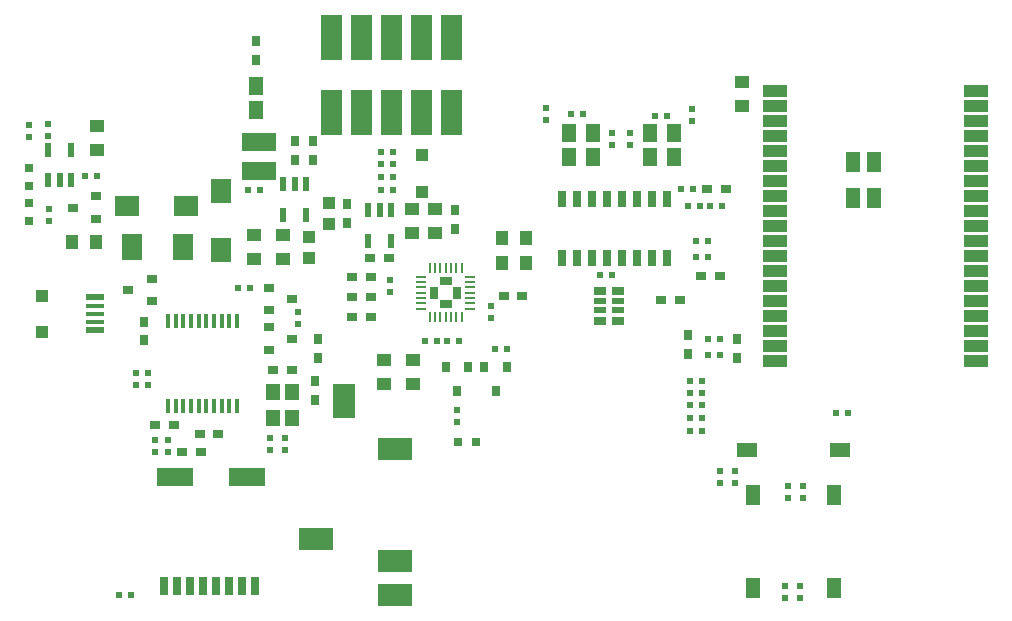
<source format=gbr>
G04 #@! TF.GenerationSoftware,KiCad,Pcbnew,6.0.0-unknown-3514473~86~ubuntu18.04.1*
G04 #@! TF.CreationDate,2019-07-31T16:13:07+03:00*
G04 #@! TF.ProjectId,ESP32-ADF_Rev_C,45535033-322d-4414-9446-5f5265765f43,rev?*
G04 #@! TF.SameCoordinates,Original*
G04 #@! TF.FileFunction,Paste,Top*
G04 #@! TF.FilePolarity,Positive*
%FSLAX46Y46*%
G04 Gerber Fmt 4.6, Leading zero omitted, Abs format (unit mm)*
G04 Created by KiCad (PCBNEW 6.0.0-unknown-3514473~86~ubuntu18.04.1) date 2019-07-31 16:13:07*
%MOMM*%
%LPD*%
G04 APERTURE LIST*
%ADD10R,0.800000X0.900000*%
%ADD11R,3.100000X1.500000*%
%ADD12R,0.800000X1.500000*%
%ADD13R,0.550000X0.500000*%
%ADD14R,0.500000X0.550000*%
%ADD15R,0.900000X0.800000*%
%ADD16R,1.270000X1.050000*%
%ADD17R,1.050000X1.270000*%
%ADD18R,0.700000X0.900000*%
%ADD19R,0.900000X0.700000*%
%ADD20R,1.200000X1.400000*%
%ADD21R,1.050000X1.050000*%
%ADD22R,0.670000X1.450000*%
%ADD23R,1.016000X1.016000*%
%ADD24C,1.700000*%
%ADD25C,0.100000*%
%ADD26R,1.200000X1.800000*%
%ADD27R,2.101600X1.001600*%
%ADD28R,1.778000X1.270000*%
%ADD29R,1.270000X1.778000*%
%ADD30R,1.270000X1.524000*%
%ADD31R,0.550000X1.200000*%
%ADD32R,2.898400X1.898400*%
%ADD33R,1.898400X2.898400*%
%ADD34R,0.800000X0.800000*%
%ADD35R,1.778000X2.286000*%
%ADD36R,2.000000X1.700000*%
%ADD37R,1.700000X2.000000*%
%ADD38R,3.000000X1.600000*%
%ADD39R,0.325000X1.270000*%
%ADD40R,1.020000X0.660000*%
%ADD41R,0.660000X1.020000*%
%ADD42R,0.910000X0.210000*%
%ADD43R,0.210000X0.910000*%
%ADD44R,1.650000X0.500000*%
%ADD45R,1.650000X0.325000*%
%ADD46R,1.000000X1.100000*%
%ADD47R,1.016000X0.508000*%
%ADD48R,1.016000X0.762000*%
G04 APERTURE END LIST*
D10*
X92250260Y-50894080D03*
X92250260Y-52494080D03*
D11*
X74650000Y-73500000D03*
X68590000Y-73500000D03*
D12*
X67650000Y-82750000D03*
X68750000Y-82750000D03*
X69850000Y-82750000D03*
X70950000Y-82750000D03*
X72050000Y-82750000D03*
X73150000Y-82750000D03*
X74250000Y-82750000D03*
X75350000Y-82750000D03*
D13*
X76650000Y-71208000D03*
X76650000Y-70192000D03*
D14*
X64808000Y-83500000D03*
X63792000Y-83500000D03*
D13*
X77850000Y-71208000D03*
X77850000Y-70192000D03*
D10*
X80650000Y-63400000D03*
X80650000Y-61800000D03*
X75400000Y-38200000D03*
X75400000Y-36600000D03*
X80233520Y-46654620D03*
X80233520Y-45054620D03*
X78709520Y-46667320D03*
X78709520Y-45067320D03*
X83100000Y-52000000D03*
X83100000Y-50400000D03*
D15*
X85100000Y-55000000D03*
X86700000Y-55000000D03*
X83600000Y-60006500D03*
X85200000Y-60006500D03*
X83600000Y-58306500D03*
X85200000Y-58306500D03*
X97995640Y-58150760D03*
X96395640Y-58150760D03*
X83591500Y-56562500D03*
X85191500Y-56562500D03*
D10*
X111993680Y-61468100D03*
X111993680Y-63068100D03*
D15*
X68450000Y-69150000D03*
X66850000Y-69150000D03*
X78500000Y-64450000D03*
X76900000Y-64450000D03*
D10*
X80450000Y-65350000D03*
X80450000Y-66950000D03*
D15*
X72250000Y-69900000D03*
X70650000Y-69900000D03*
D10*
X65976500Y-60350500D03*
X65976500Y-61950500D03*
X116200000Y-63461000D03*
X116200000Y-61861000D03*
D15*
X70800000Y-71400000D03*
X69200000Y-71400000D03*
X114730000Y-56496000D03*
X113130000Y-56496000D03*
X115211760Y-49110900D03*
X113611760Y-49110900D03*
X111353500Y-58547000D03*
X109753500Y-58547000D03*
D16*
X116583460Y-40083740D03*
X116583460Y-42115740D03*
D17*
X59884000Y-53600000D03*
X61916000Y-53600000D03*
D16*
X62000000Y-43784000D03*
X62000000Y-45816000D03*
X75300000Y-55016000D03*
X75300000Y-52984000D03*
X77700000Y-55016000D03*
X77700000Y-52984000D03*
X88623140Y-50807620D03*
X88623140Y-52839620D03*
X90563700Y-50825400D03*
X90563700Y-52857400D03*
X88700000Y-63584000D03*
X88700000Y-65616000D03*
X86300000Y-63584000D03*
X86300000Y-65616000D03*
D17*
X96277000Y-55353000D03*
X98309000Y-55353000D03*
X96277000Y-53250000D03*
X98309000Y-53250000D03*
D18*
X96677520Y-64204340D03*
X94777520Y-64204340D03*
X95727520Y-66204340D03*
D19*
X61900000Y-51650000D03*
X61900000Y-49750000D03*
X59900000Y-50700000D03*
X66600000Y-58650000D03*
X66600000Y-56750000D03*
X64600000Y-57700000D03*
D18*
X93421240Y-64204340D03*
X91521240Y-64204340D03*
X92471240Y-66204340D03*
D19*
X76500000Y-60850000D03*
X76500000Y-62750000D03*
X78500000Y-61800000D03*
X76507440Y-57499960D03*
X76507440Y-59399960D03*
X78507440Y-58449960D03*
D14*
X113835180Y-50586640D03*
X114851180Y-50586640D03*
X111996220Y-50599340D03*
X113012220Y-50599340D03*
D20*
X78500000Y-66300000D03*
X76900000Y-68500000D03*
X78500000Y-68500000D03*
X76900000Y-66300000D03*
D21*
X89451180Y-49347720D03*
X89451180Y-46247720D03*
D22*
X101325680Y-50001400D03*
X102595680Y-50001400D03*
X103865680Y-50001400D03*
X105135680Y-50001400D03*
X106405680Y-50001400D03*
X107675680Y-50001400D03*
X108945680Y-50001400D03*
X110215680Y-50001400D03*
X110215680Y-54951400D03*
X108945680Y-54951400D03*
X107675680Y-54951400D03*
X106405680Y-54951400D03*
X105135680Y-54951400D03*
X103865680Y-54951400D03*
X102595680Y-54951400D03*
X101325680Y-54951400D03*
D23*
X81600000Y-50322000D03*
X81600000Y-52100000D03*
X79900000Y-54989000D03*
X79900000Y-53211000D03*
D24*
X91986100Y-36283900D03*
D25*
G36*
X91136100Y-38188900D02*
G01*
X91136100Y-34378900D01*
X92836100Y-34378900D01*
X92836100Y-38188900D01*
X91136100Y-38188900D01*
X91136100Y-38188900D01*
G37*
D24*
X89446100Y-36283900D03*
D25*
G36*
X88596100Y-38188900D02*
G01*
X88596100Y-34378900D01*
X90296100Y-34378900D01*
X90296100Y-38188900D01*
X88596100Y-38188900D01*
X88596100Y-38188900D01*
G37*
D24*
X86906100Y-36283900D03*
D25*
G36*
X86056100Y-38188900D02*
G01*
X86056100Y-34378900D01*
X87756100Y-34378900D01*
X87756100Y-38188900D01*
X86056100Y-38188900D01*
X86056100Y-38188900D01*
G37*
D24*
X84366100Y-36283900D03*
D25*
G36*
X83516100Y-38188900D02*
G01*
X83516100Y-34378900D01*
X85216100Y-34378900D01*
X85216100Y-38188900D01*
X83516100Y-38188900D01*
X83516100Y-38188900D01*
G37*
D24*
X81826100Y-36283900D03*
D25*
G36*
X80976100Y-38188900D02*
G01*
X80976100Y-34378900D01*
X82676100Y-34378900D01*
X82676100Y-38188900D01*
X80976100Y-38188900D01*
X80976100Y-38188900D01*
G37*
D24*
X81826100Y-42633900D03*
D25*
G36*
X80976100Y-44538900D02*
G01*
X80976100Y-40728900D01*
X82676100Y-40728900D01*
X82676100Y-44538900D01*
X80976100Y-44538900D01*
X80976100Y-44538900D01*
G37*
D24*
X84366100Y-42633900D03*
D25*
G36*
X83516100Y-44538900D02*
G01*
X83516100Y-40728900D01*
X85216100Y-40728900D01*
X85216100Y-44538900D01*
X83516100Y-44538900D01*
X83516100Y-44538900D01*
G37*
D24*
X86906100Y-42633900D03*
D25*
G36*
X86056100Y-44538900D02*
G01*
X86056100Y-40728900D01*
X87756100Y-40728900D01*
X87756100Y-44538900D01*
X86056100Y-44538900D01*
X86056100Y-44538900D01*
G37*
D24*
X89446100Y-42633900D03*
D25*
G36*
X88596100Y-44538900D02*
G01*
X88596100Y-40728900D01*
X90296100Y-40728900D01*
X90296100Y-44538900D01*
X88596100Y-44538900D01*
X88596100Y-44538900D01*
G37*
D24*
X91986100Y-42633900D03*
D25*
G36*
X91136100Y-44538900D02*
G01*
X91136100Y-40728900D01*
X92836100Y-40728900D01*
X92836100Y-44538900D01*
X91136100Y-44538900D01*
X91136100Y-44538900D01*
G37*
D13*
X112306100Y-43329860D03*
X112306100Y-42313860D03*
X107091480Y-44378880D03*
X107091480Y-45394880D03*
D14*
X112672000Y-53530500D03*
X113688000Y-53530500D03*
D13*
X105610660Y-45405040D03*
X105610660Y-44389040D03*
X99966780Y-42291000D03*
X99966780Y-43307000D03*
X120500000Y-75258000D03*
X120500000Y-74242000D03*
X116000000Y-74008000D03*
X116000000Y-72992000D03*
D14*
X110236000Y-42926000D03*
X109220000Y-42926000D03*
X103124000Y-42799000D03*
X102108000Y-42799000D03*
X112167000Y-69575000D03*
X113183000Y-69575000D03*
X90754200Y-61958220D03*
X89738200Y-61958220D03*
X92659460Y-61954380D03*
X91643460Y-61954380D03*
D13*
X56200000Y-43727000D03*
X56200000Y-44743000D03*
X95300000Y-60008000D03*
X95300000Y-58992000D03*
D14*
X96680020Y-62669420D03*
X95664020Y-62669420D03*
D13*
X57800000Y-43592000D03*
X57800000Y-44608000D03*
X121500000Y-83758000D03*
X121500000Y-82742000D03*
X57900000Y-50792000D03*
X57900000Y-51808000D03*
X86800000Y-57808000D03*
X86800000Y-56792000D03*
D14*
X62008000Y-48000000D03*
X60992000Y-48000000D03*
X87044220Y-45954000D03*
X86028220Y-45954000D03*
X87040720Y-47037500D03*
X86024720Y-47037500D03*
X87040720Y-49196500D03*
X86024720Y-49196500D03*
X87044220Y-48117000D03*
X86028220Y-48117000D03*
X125547120Y-68099940D03*
X124531120Y-68099940D03*
X104592000Y-56450000D03*
X105608000Y-56450000D03*
X113692000Y-63150000D03*
X114708000Y-63150000D03*
D13*
X66850000Y-70392000D03*
X66850000Y-71408000D03*
D14*
X114708000Y-61850000D03*
X113692000Y-61850000D03*
D13*
X67950000Y-71408000D03*
X67950000Y-70392000D03*
D14*
X75758000Y-49250000D03*
X74742000Y-49250000D03*
X113676000Y-54845000D03*
X112660000Y-54845000D03*
X112438180Y-49088040D03*
X111422180Y-49088040D03*
D13*
X120250000Y-83758000D03*
X120250000Y-82742000D03*
D14*
X113179500Y-66413500D03*
X112163500Y-66413500D03*
X65283080Y-65714880D03*
X66299080Y-65714880D03*
X113179500Y-65413500D03*
X112163500Y-65413500D03*
X113179500Y-68513500D03*
X112163500Y-68513500D03*
X113179500Y-67413500D03*
X112163500Y-67413500D03*
X65303400Y-64701420D03*
X66319400Y-64701420D03*
D13*
X78986380Y-60563760D03*
X78986380Y-59547760D03*
D14*
X74942700Y-57513220D03*
X73926700Y-57513220D03*
D13*
X92489020Y-67800220D03*
X92489020Y-68816220D03*
X114750000Y-74008000D03*
X114750000Y-72992000D03*
X121750000Y-75250000D03*
X121750000Y-74234000D03*
D26*
X127768680Y-49864200D03*
X127768680Y-46864200D03*
X125968680Y-49864200D03*
D27*
X136368680Y-62444200D03*
X136368680Y-61174200D03*
X136368680Y-59904200D03*
X136368680Y-58634200D03*
X136368680Y-63714200D03*
X119368680Y-63714200D03*
X119368680Y-58634200D03*
X119368680Y-59904200D03*
X119368680Y-61174200D03*
X119368680Y-62444200D03*
D26*
X125968680Y-46864200D03*
D27*
X119368680Y-40854200D03*
X119368680Y-42124200D03*
X119368680Y-43394200D03*
X119368680Y-44664200D03*
X119368680Y-45934200D03*
X119368680Y-47204200D03*
X119368680Y-48474200D03*
X119368680Y-49744200D03*
X119368680Y-51014200D03*
X119368680Y-52284200D03*
X119368680Y-53554200D03*
X119368680Y-54824200D03*
X119368680Y-56094200D03*
X119368680Y-57364200D03*
X136368680Y-57364200D03*
X136368680Y-56094200D03*
X136368680Y-54824200D03*
X136368680Y-53554200D03*
X136368680Y-52284200D03*
X136368680Y-51014200D03*
X136368680Y-49744200D03*
X136368680Y-48474200D03*
X136368680Y-47204200D03*
X136368680Y-45934200D03*
X136368680Y-44664200D03*
X136368680Y-43394200D03*
X136368680Y-42124200D03*
X136368680Y-40854200D03*
D28*
X116963000Y-71199000D03*
X124837000Y-71199000D03*
D29*
X124405025Y-82876340D03*
X124405025Y-75002340D03*
X117500000Y-82891000D03*
X117500000Y-75017000D03*
D30*
X110833000Y-44377000D03*
X110833000Y-46409000D03*
X108801000Y-44377000D03*
X108801000Y-46409000D03*
X103959000Y-44377000D03*
X103959000Y-46409000D03*
X101927000Y-44377000D03*
X101927000Y-46409000D03*
X75400000Y-42400000D03*
X75400000Y-40368000D03*
D31*
X86850000Y-50900000D03*
X85900000Y-50900000D03*
X84950000Y-50900000D03*
X86850000Y-53500000D03*
X84950000Y-53500000D03*
X79650000Y-48700000D03*
X78700000Y-48700000D03*
X77750000Y-48700000D03*
X79650000Y-51300000D03*
X77750000Y-51300000D03*
X57850000Y-48400000D03*
X58800000Y-48400000D03*
X59750000Y-48400000D03*
X57850000Y-45800000D03*
X59750000Y-45800000D03*
D32*
X87200000Y-80600000D03*
D33*
X82900000Y-67100000D03*
D32*
X80500000Y-78800000D03*
X87200000Y-71100000D03*
X87200000Y-83500000D03*
D34*
X56200000Y-51862000D03*
X56200000Y-50338000D03*
X92527120Y-70563740D03*
X94051120Y-70563740D03*
D35*
X69277000Y-54000000D03*
X64923000Y-54000000D03*
D36*
X64500000Y-50600000D03*
X69500000Y-50600000D03*
D37*
X72500000Y-54300000D03*
X72500000Y-49300000D03*
D38*
X75727560Y-45165160D03*
X75727560Y-47565160D03*
D34*
X56200000Y-47338000D03*
X56200000Y-48862000D03*
D39*
X67975000Y-67519500D03*
X68625000Y-67519500D03*
X69275000Y-67519500D03*
X69925000Y-67519500D03*
X70575000Y-67519500D03*
X71225000Y-67519500D03*
X71875000Y-67519500D03*
X72525000Y-67519500D03*
X73175000Y-67519500D03*
X73825000Y-67519500D03*
X73825000Y-60280500D03*
X73175000Y-60280500D03*
X72525000Y-60280500D03*
X71875000Y-60280500D03*
X71225000Y-60280500D03*
X70575000Y-60280500D03*
X69925000Y-60280500D03*
X69275000Y-60280500D03*
X68625000Y-60280500D03*
X67975000Y-60280500D03*
D40*
X91500000Y-56909400D03*
D41*
X92490600Y-57900000D03*
D42*
X93583820Y-59250000D03*
X93583820Y-58800000D03*
X93583820Y-58350000D03*
X93583820Y-57900000D03*
X93583820Y-57450000D03*
X93583820Y-57000000D03*
X93583820Y-56550000D03*
D43*
X92850000Y-55816180D03*
X92400000Y-55816180D03*
X91950000Y-55816180D03*
X91500000Y-55816180D03*
X91050000Y-55816180D03*
X90600000Y-55816180D03*
X90150000Y-55816180D03*
D42*
X89416180Y-56550000D03*
X89416180Y-57000000D03*
X89416180Y-57450000D03*
X89416180Y-57900000D03*
X89416180Y-58350000D03*
X89416180Y-58800000D03*
X89416180Y-59250000D03*
D43*
X90150000Y-59983820D03*
X90600000Y-59983820D03*
X91050000Y-59983820D03*
X91500000Y-59983820D03*
X91950000Y-59983820D03*
X92400000Y-59983820D03*
X92850000Y-59983820D03*
D41*
X90509400Y-57900000D03*
D40*
X91500000Y-58890600D03*
D44*
X61824000Y-58312500D03*
D45*
X61824000Y-59050000D03*
X61824000Y-59700000D03*
X61824000Y-60350000D03*
D44*
X61824000Y-61087500D03*
D46*
X57274000Y-58200000D03*
X57274000Y-61200000D03*
D47*
X106067860Y-58610500D03*
X106067860Y-59372500D03*
X104543860Y-58610500D03*
X104543860Y-59372500D03*
D48*
X106067860Y-57721500D03*
X104543860Y-57721500D03*
X106067860Y-60261500D03*
X104543860Y-60261500D03*
M02*

</source>
